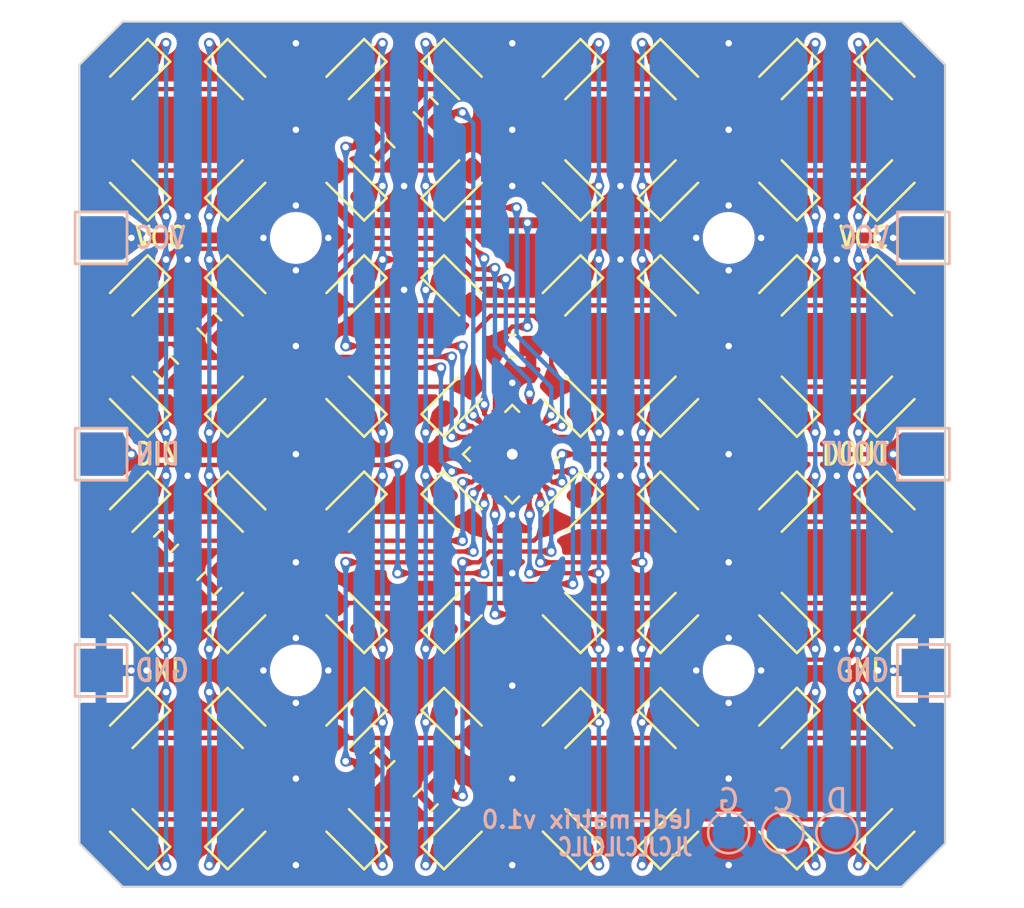
<source format=kicad_pcb>
(kicad_pcb (version 20221018) (generator pcbnew)
  (layers (0 "F.Cu" signal) (31 "B.Cu" signal) (34 "B.Paste" user) (35 "F.Paste" user) (36 "B.SilkS" user "B.Silkscreen") (37 "F.SilkS" user "F.Silkscreen") (38 "B.Mask" user) (39 "F.Mask" user) (44 "Edge.Cuts" user))
  (net 0 "")
  (net 1 "VCC")
  (net 2 "GND")
  (net 3 "/PA0")
  (net 4 "Net-(D1-A)")
  (net 5 "/PA1")
  (net 6 "/PB1")
  (net 7 "/PB0")
  (net 8 "/PA14")
  (net 9 "/PA2")
  (net 10 "/PA15")
  (net 11 "/PA13")
  (net 12 "Net-(D10-A)")
  (net 13 "Net-(D17-A)")
  (net 14 "Net-(D25-A)")
  (net 15 "Net-(D33-A)")
  (net 16 "Net-(D41-A)")
  (net 17 "Net-(D49-A)")
  (net 18 "Net-(D57-A)")
  (net 19 "/PA3")
  (net 20 "/PA4")
  (net 21 "/PA5")
  (net 22 "/PA6")
  (net 23 "/PA7")
  (net 24 "/PA8")
  (net 25 "/PA9")
  (net 26 "/PA10")
  (net 27 "/PA11")
  (net 28 "/PA12")
  (footprint "LED_SMD:LED_0603_1608Metric_Pad1.05x0.95mm_HandSolder" (layer "F.Cu") (at 72.5 32.5 -45)
    (fp_text reference "D22" hide)
    (fp_text value "LED")
  )
  (footprint "LED_SMD:LED_0603_1608Metric_Pad1.05x0.95mm_HandSolder" (layer "F.Cu") (at 62.5 27.5 45)
    (fp_text reference "D12" hide)
    (fp_text value "LED")
  )
  (footprint "LED_SMD:LED_0603_1608Metric_Pad1.05x0.95mm_HandSolder" (layer "F.Cu") (at 57.5 27.5 135)
    (fp_text reference "D11" hide)
    (fp_text value "LED")
  )
  (footprint "LED_SMD:LED_0603_1608Metric_Pad1.05x0.95mm_HandSolder" (layer "F.Cu") (at 72.5 37.5 45)
    (fp_text reference "D30" hide)
    (fp_text value "LED")
  )
  (footprint "LED_SMD:LED_0603_1608Metric_Pad1.05x0.95mm_HandSolder" (layer "F.Cu") (at 77.5 32.5 -135)
    (fp_text reference "D23" hide)
    (fp_text value "LED")
  )
  (footprint "LED_SMD:LED_0603_1608Metric_Pad1.05x0.95mm_HandSolder" (layer "F.Cu") (at 62.5 47.5 45)
    (fp_text reference "D44" hide)
    (fp_text value "LED")
  )
  (footprint "LED_SMD:LED_0603_1608Metric_Pad1.05x0.95mm_HandSolder" (layer "F.Cu") (at 57.5 37.5 135)
    (fp_text reference "D27" hide)
    (fp_text value "LED")
  )
  (footprint "LED_SMD:LED_0603_1608Metric_Pad1.05x0.95mm_HandSolder" (layer "F.Cu") (at 67.5 47.5 135)
    (fp_text reference "D45" hide)
    (fp_text value "LED")
  )
  (footprint "LED_SMD:LED_0603_1608Metric_Pad1.05x0.95mm_HandSolder" (layer "F.Cu") (at 82.5 22.5 -45)
    (fp_text reference "D8" hide)
    (fp_text value "LED")
  )
  (footprint "LED_SMD:LED_0603_1608Metric_Pad1.05x0.95mm_HandSolder" (layer "F.Cu") (at 77.5 27.5 135)
    (fp_text reference "D15" hide)
    (fp_text value "LED")
  )
  (footprint "LED_SMD:LED_0603_1608Metric_Pad1.05x0.95mm_HandSolder" (layer "F.Cu") (at 67.5 27.5 135)
    (fp_text reference "D13" hide)
    (fp_text value "LED")
  )
  (footprint "LED_SMD:LED_0603_1608Metric_Pad1.05x0.95mm_HandSolder" (layer "F.Cu") (at 67.5 37.5 135)
    (fp_text reference "D29" hide)
    (fp_text value "LED")
  )
  (footprint "LED_SMD:LED_0603_1608Metric_Pad1.05x0.95mm_HandSolder" (layer "F.Cu") (at 62.5 52.5 -45)
    (fp_text reference "D52" hide)
    (fp_text value "LED")
  )
  (footprint "LED_SMD:LED_0603_1608Metric_Pad1.05x0.95mm_HandSolder" (layer "F.Cu") (at 77.5 22.5 -135)
    (fp_text reference "D7" hide)
    (fp_text value "LED")
  )
  (footprint "LED_SMD:LED_0603_1608Metric_Pad1.05x0.95mm_HandSolder" (layer "F.Cu") (at 67.5 32.5 -135)
    (fp_text reference "D21" hide)
    (fp_text value "LED")
  )
  (footprint "LED_SMD:LED_0603_1608Metric_Pad1.05x0.95mm_HandSolder" (layer "F.Cu") (at 82.5 52.5 -45)
    (fp_text reference "D56" hide)
    (fp_text value "LED")
  )
  (footprint "Resistor_SMD:R_0603_1608Metric_Pad0.98x0.95mm_HandSolder" (layer "F.Cu") (at 49 36 -45)
    (fp_text reference "R4" hide)
    (fp_text value "2K")
  )
  (footprint "LED_SMD:LED_0603_1608Metric_Pad1.05x0.95mm_HandSolder" (layer "F.Cu") (at 82.5 32.5 -45)
    (fp_text reference "D24" hide)
    (fp_text value "LED")
  )
  (footprint "LED_SMD:LED_0603_1608Metric_Pad1.05x0.95mm_HandSolder" (layer "F.Cu") (at 82.5 42.5 -45)
    (fp_text reference "D40" hide)
    (fp_text value "LED")
  )
  (footprint "MountingHole:MountingHole_2mm" (layer "F.Cu") (at 75 30)
    (fp_text reference "H2" hide)
    (fp_text value "M2")
  )
  (footprint "LED_SMD:LED_0603_1608Metric_Pad1.05x0.95mm_HandSolder" (layer "F.Cu") (at 67.5 42.5 -135)
    (fp_text reference "D37" hide)
    (fp_text value "LED")
  )
  (footprint "LED_SMD:LED_0603_1608Metric_Pad1.05x0.95mm_HandSolder" (layer "F.Cu") (at 47.5 37.5 135)
    (fp_text reference "D25" hide)
    (fp_text value "LED")
  )
  (footprint "LED_SMD:LED_0603_1608Metric_Pad1.05x0.95mm_HandSolder" (layer "F.Cu") (at 77.5 37.5 135)
    (fp_text reference "D31" hide)
    (fp_text value "LED")
  )
  (footprint "Resistor_SMD:R_0603_1608Metric_Pad0.98x0.95mm_HandSolder" (layer "F.Cu") (at 49 44 45)
    (fp_text reference "R5" hide)
    (fp_text value "2K")
  )
  (footprint "MountingHole:MountingHole_2mm" (layer "F.Cu") (at 55 30)
    (fp_text reference "H1" hide)
    (fp_text value "M2")
  )
  (footprint "LED_SMD:LED_0603_1608Metric_Pad1.05x0.95mm_HandSolder" (layer "F.Cu") (at 57.5 32.5 -135)
    (fp_text reference "D19" hide)
    (fp_text value "LED")
  )
  (footprint "LED_SMD:LED_0603_1608Metric_Pad1.05x0.95mm_HandSolder" (layer "F.Cu") (at 52.5 22.5 -45)
    (fp_text reference "D2" hide)
    (fp_text value "LED")
  )
  (footprint "LED_SMD:LED_0603_1608Metric_Pad1.05x0.95mm_HandSolder" (layer "F.Cu") (at 52.5 27.5 45)
    (fp_text reference "D10" hide)
    (fp_text value "LED")
  )
  (footprint "LED_SMD:LED_0603_1608Metric_Pad1.05x0.95mm_HandSolder" (layer "F.Cu") (at 57.5 57.5 135)
    (fp_text reference "D59" hide)
    (fp_text value "LED")
  )
  (footprint "LED_SMD:LED_0603_1608Metric_Pad1.05x0.95mm_HandSolder" (layer "F.Cu") (at 77.5 42.5 -135)
    (fp_text reference "D39" hide)
    (fp_text value "LED")
  )
  (footprint "LED_SMD:LED_0603_1608Metric_Pad1.05x0.95mm_HandSolder" (layer "F.Cu") (at 72.5 52.5 -45)
    (fp_text reference "D54" hide)
    (fp_text value "LED")
  )
  (footprint "LED_SMD:LED_0603_1608Metric_Pad1.05x0.95mm_HandSolder" (layer "F.Cu") (at 47.5 47.5 135)
    (fp_text reference "D41" hide)
    (fp_text value "LED")
  )
  (footprint "LED_SMD:LED_0603_1608Metric_Pad1.05x0.95mm_HandSolder" (layer "F.Cu") (at 77.5 47.5 135)
    (fp_text reference "D47" hide)
    (fp_text value "LED")
  )
  (footprint "Resistor_SMD:R_0603_1608Metric_Pad0.98x0.95mm_HandSolder" (layer "F.Cu") (at 61 24 135)
    (fp_text reference "R1" hide)
    (fp_text value "2K")
  )
  (footprint "LED_SMD:LED_0603_1608Metric_Pad1.05x0.95mm_HandSolder" (layer "F.Cu") (at 47.5 27.5 135)
    (fp_text reference "D9" hide)
    (fp_text value "LED")
  )
  (footprint "LED_SMD:LED_0603_1608Metric_Pad1.05x0.95mm_HandSolder" (layer "F.Cu") (at 72.5 27.5 45)
    (fp_text reference "D14" hide)
    (fp_text value "LED")
  )
  (footprint "MountingHole:MountingHole_2mm" (layer "F.Cu") (at 75 50)
    (fp_text reference "H4" hide)
    (fp_text value "M2")
  )
  (footprint "LED_SMD:LED_0603_1608Metric_Pad1.05x0.95mm_HandSolder" (layer "F.Cu") (at 62.5 22.5 -45)
    (fp_text reference "D4" hide)
    (fp_text value "LED")
  )
  (footprint "Resistor_SMD:R_0603_1608Metric_Pad0.98x0.95mm_HandSolder" (layer "F.Cu") (at 51 34 135)
    (fp_text reference "R3" hide)
    (fp_text value "2K")
  )
  (footprint "LED_SMD:LED_0603_1608Metric_Pad1.05x0.95mm_HandSolder" (layer "F.Cu") (at 47.5 32.5 -135)
    (fp_text reference "D17" hide)
    (fp_text value "LED")
  )
  (footprint "Resistor_SMD:R_0603_1608Metric_Pad0.98x0.95mm_HandSolder" (layer "F.Cu") (at 59 54 45)
    (fp_text reference "R7" hide)
    (fp_text value "2K")
  )
  (footprint "LED_SMD:LED_0603_1608Metric_Pad1.05x0.95mm_HandSolder" (layer "F.Cu") (at 57.5 22.5 -135)
    (fp_text reference "D3" hide)
    (fp_text value "LED")
  )
  (footprint "LED_SMD:LED_0603_1608Metric_Pad1.05x0.95mm_HandSolder" (layer "F.Cu") (at 47.5 22.5 -135)
    (fp_text reference "D1" hide)
    (fp_text value "LED")
  )
  (footprint "TestPoint:TestPoint_Pad_2.0x2.0mm" (layer "F.Cu") (at 84 30)
    (fp_text reference "J5" hide)
    (fp_text value "Conn_01x01")
  )
  (footprint "LED_SMD:LED_0603_1608Metric_Pad1.05x0.95mm_HandSolder" (layer "F.Cu") (at 57.5 42.5 -135)
    (fp_text reference "D35" hide)
    (fp_text value "LED")
  )
  (footprint "TestPoint:TestPoint_Pad_2.0x2.0mm" (layer "F.Cu") (at 46 40)
    (fp_text reference "J1" hide)
    (fp_text value "Conn_01x01")
  )
  (footprint "LED_SMD:LED_0603_1608Metric_Pad1.05x0.95mm_HandSolder" (layer "F.Cu") (at 62.5 32.5 -45)
    (fp_text reference "D20" hide)
    (fp_text value "LED")
  )
  (footprint "LED_SMD:LED_0603_1608Metric_Pad1.05x0.95mm_HandSolder" (layer "F.Cu") (at 52.5 52.5 -45)
    (fp_text reference "D50" hide)
    (fp_text value "LED")
  )
  (footprint "LED_SMD:LED_0603_1608Metric_Pad1.05x0.95mm_HandSolder" (layer "F.Cu") (at 67.5 22.5 -135)
    (fp_text reference "D5" hide)
    (fp_text value "LED")
  )
  (footprint "LED_SMD:LED_0603_1608Metric_Pad1.05x0.95mm_HandSolder" (layer "F.Cu") (at 52.5 37.5 45)
    (fp_text reference "D26" hide)
    (fp_text value "LED")
  )
  (footprint "LED_SMD:LED_0603_1608Metric_Pad1.05x0.95mm_HandSolder" (layer "F.Cu") (at 82.5 57.5 45)
    (fp_text reference "D64" hide)
    (fp_text value "LED")
  )
  (footprint "LED_SMD:LED_0603_1608Metric_Pad1.05x0.95mm_HandSolder" (layer "F.Cu") (at 82.5 27.5 45)
    (fp_text reference "D16" hide)
    (fp_text value "LED")
  )
  (footprint "LED_SMD:LED_0603_1608Metric_Pad1.05x0.95mm_HandSolder" (layer "F.Cu") (at 72.5 47.5 45)
    (fp_text reference "D46" hide)
    (fp_text value "LED")
  )
  (footprint "Capacitor_SMD:C_0603_1608Metric_Pad1.08x0.95mm_HandSolder" (layer "F.Cu") (at 65 35)
    (fp_text reference "C1" hide)
    (fp_text value "100nF")
  )
  (footprint "LED_SMD:LED_0603_1608Metric_Pad1.05x0.95mm_HandSolder" (layer "F.Cu") (at 77.5 57.5 135)
    (fp_text reference "D63" hide)
    (fp_text value "LED")
  )
  (footprint "LED_SMD:LED_0603_1608Metric_Pad1.05x0.95mm_HandSolder" (layer "F.Cu") (at 62.5 37.5 45)
    (fp_text reference "D28" hide)
    (fp_text value "LED")
  )
  (footprint "LED_SMD:LED_0603_1608Metric_Pad1.05x0.95mm_HandSolder" (layer "F.Cu") (at 57.5 47.5 135)
    (fp_text reference "D43" hide)
    (fp_text value "LED")
  )
  (footprint "LED_SMD:LED_0603_1608Metric_Pad1.05x0.95mm_HandSolder" (layer "F.Cu") (at 82.5 47.5 45)
    (fp_text reference "D48" hide)
    (fp_text value "LED")
  )
  (footprint "LED_SMD:LED_0603_1608Metric_Pad1.05x0.95mm_HandSolder" (layer "F.Cu") (at 47.5 52.5 -135)
    (fp_text reference "D49" hide)
    (fp_text value "LED")
  )
  (footprint "TestPoint:TestPoint_Pad_2.0x2.0mm" (layer "F.Cu") (at 84 40)
    (fp_text reference "J4" hide)
    (fp_text value "Conn_01x01")
  )
  (footprint "LED_SMD:LED_0603_1608Metric_Pad1.05x0.95mm_HandSolder" (layer "F.Cu") (at 52.5 42.5 -45)
    (fp_text reference "D34" hide)
    (fp_text value "LED")
  )
  (footprint "TestPoint:TestPoint_Pad_2.0x2.0mm" (layer "F.Cu") (at 46 50)
    (fp_text reference "J3" hide)
    (fp_text value "Conn_01x01")
  )
  (footprint "LED_SMD:LED_0603_1608Metric_Pad1.05x0.95mm_HandSolder" (layer "F.Cu") (at 47.5 42.5 -135)
    (fp_text reference "D33" hide)
    (fp_text value "LED")
  )
  (footprint "LED_SMD:LED_0603_1608Metric_Pad1.05x0.95mm_HandSolder" (layer "F.Cu") (at 77.5 52.5 -135)
    (fp_text reference "D55" hide)
    (fp_text value "LED")
  )
  (footprint "LED_SMD:LED_0603_1608Metric_Pad1.05x0.95mm_HandSolder" (layer "F.Cu") (at 67.5 52.5 -135)
    (fp_text reference "D53" hide)
    (fp_text value "LED")
  )
  (footprint "Package_DFN_QFN:QFN-20-1EP_3x3mm_P0.4mm_EP1.65x1.65mm" (layer "F.Cu") (at 65 40 -135)
    (fp_text reference "U1" hide)
    (fp_text value "MM32G0001A1N")
  )
  (footprint "LED_SMD:LED_0603_1608Metric_Pad1.05x0.95mm_HandSolder" (layer "F.Cu") (at 82.5 37.5 45)
    (fp_text reference "D32" hide)
    (fp_text value "LED")
  )
  (footprint "Resistor_SMD:R_0603_1608Metric_Pad0.98x0.95mm_HandSolder" (layer "F.Cu") (at 51 46 -135)
    (fp_text reference "R6" hide)
    (fp_text value "2K")
  )
  (footprint "Resistor_SMD:R_0603_1608Metric_Pad0.98x0.95mm_HandSolder" (layer "F.Cu") (at 59 26 -45)
    (fp_text reference "R2" hide)
    (fp_text value "2K")
  )
  (footprint "LED_SMD:LED_0603_1608Metric_Pad1.05x0.95mm_HandSolder" (layer "F.Cu") (at 72.5 57.5 45)
    (fp_text reference "D62" hide)
    (fp_text value "LED")
  )
  (footprint "LED_SMD:LED_0603_1608Metric_Pad1.05x0.95mm_HandSolder" (layer "F.Cu") (at 72.5 42.5 -45)
    (fp_text reference "D38" hide)
    (fp_text value "LED")
  )
  (footprint "LED_SMD:LED_0603_1608Metric_Pad1.05x0.95mm_HandSolder" (layer "F.Cu") (at 57.5 52.5 -135)
    (fp_text reference "D51" hide)
    (fp_text value "LED")
  )
  (footprint "LED_SMD:LED_0603_1608Metric_Pad1.05x0.95mm_HandSolder" (layer "F.Cu") (at 72.5 22.5 -45)
    (fp_text reference "D6" hide)
    (fp_text value "LED")
  )
  (footprint "LED_SMD:LED_0603_1608Metric_Pad1.05x0.95mm_HandSolder" (layer "F.Cu") (at 62.5 42.5 -45)
    (fp_text reference "D36" hide)
    (fp_text value "LED")
  )
  (footprint "LED_SMD:LED_0603_1608Metric_Pad1.05x0.95mm_HandSolder" (layer "F.Cu") (at 52.5 32.5 -45)
    (fp_text reference "D18" hide)
    (fp_text value "LED")
  )
  (footprint "TestPoint:TestPoint_Pad_2.0x2.0mm" (layer "F.Cu") (at 84 50)
    (fp_text reference "J6" hide)
    (fp_text value "Conn_01x01")
  )
  (footprint "LED_SMD:LED_0603_1608Metric_Pad1.05x0.95mm_HandSolder" (layer "F.Cu") (at 62.5 57.5 45)
    (fp_text reference "D60" hide)
    (fp_text value "LED")
  )
  (footprint "TestPoint:TestPoint_Pad_2.0x2.0mm" (layer "F.Cu") (at 46 30)
    (fp_text reference "J2" hide)
    (fp_text value "Conn_01x01")
  )
  (footprint "LED_SMD:LED_0603_1608Metric_Pad1.05x0.95mm_HandSolder" (layer "F.Cu") (at 52.5 57.5 45)
    (fp_text reference "D58" hide)
    (fp_text value "LED")
  )
  (footprint "LED_SMD:LED_0603_1608Metric_Pad1.05x0.95mm_HandSolder" (layer "F.Cu") (at 67.5 57.5 135)
    (fp_text reference "D61" hide)
    (fp_text value "LED")
  )
  (footprint "Resistor_SMD:R_0603_1608Metric_Pad0.98x0.95mm_HandSolder" (layer "F.Cu") (at 61 56 -135)
    (fp_text reference "R8" hide)
    (fp_text value "2K")
  )
  (footprint "LED_SMD:LED_0603_1608Metric_Pad1.05x0.95mm_HandSolder" (layer "F.Cu") (at 47.5 57.5 135)
    (fp_text reference "D57" hide)
    (fp_text value "LED")
  )
  (footprint "LED_SMD:LED_0603_1608Metric_Pad1.05x0.95mm_HandSolder" (layer "F.Cu") (at 52.5 47.5 45)
    (fp_text reference "D42" hide)
    (fp_text value "LED")
  )
  (footprint "MountingHole:MountingHole_2mm" (layer "F.Cu") (at 55 50)
    (fp_text reference "H3" hide)
    (fp_text value "M2")
  )
  (footprint "TestPoint:TestPoint_Pad_D1.5mm" (layer "B.Cu") (at 77.5 57.5 180)
    (fp_text reference "TP1" hide)
    (fp_text value "TestPoint")
  )
  (footprint "TestPoint:TestPoint_Pad_D1.5mm" (layer "B.Cu") (at 80 57.5 180)
    (fp_text reference "TP2" hide)
    (fp_text value "TestPoint")
  )
  (footprint "TestPoint:TestPoint_Pad_2.0x2.0mm" (layer "B.Cu") (at 46 40 180)
    (fp_text reference "J7" hide)
    (fp_text value "Conn_01x01")
  )
  (footprint "TestPoint:TestPoint_Pad_D1.5mm" (layer "B.Cu") (at 75 57.5 180)
    (fp_text reference "TP3" hide)
    (fp_text value "TestPoint")
  )
  (footprint "TestPoint:TestPoint_Pad_2.0x2.0mm" (layer "B.Cu") (at 46 30 180)
    (fp_text reference "J8" hide)
    (fp_text value "Conn_01x01")
  )
  (footprint "TestPoint:TestPoint_Pad_2.0x2.0mm" (layer "B.Cu") (at 84 40 180)
    (fp_text reference "J10" hide)
    (fp_text value "Conn_01x01")
  )
  (footprint "TestPoint:TestPoint_Pad_2.0x2.0mm" (layer "B.Cu") (at 46 50 180)
    (fp_text reference "J9" hide)
    (fp_text value "Conn_01x01")
  )
  (footprint "TestPoint:TestPoint_Pad_2.0x2.0mm" (layer "B.Cu") (at 84 50 180)
    (fp_text reference "J12" hide)
    (fp_text value "Conn_01x01")
  )
  (footprint "TestPoint:TestPoint_Pad_2.0x2.0mm" (layer "B.Cu") (at 84 30 180)
    (fp_text reference "J11" hide)
    (fp_text value "Conn_01x01")
  )
  (gr_line (start 45 22) (end 45 58) (stroke (width 0.1)) (layer "Edge.Cuts"))
  (gr_line (start 83 20) (end 47 20) (stroke (width 0.1)) (layer "Edge.Cuts"))
  (gr_line (start 47 20) (end 45 22) (stroke (width 0.1)) (layer "Edge.Cuts"))
  (gr_line (start 47 60) (end 83 60) (stroke (width 0.1)) (layer "Edge.Cuts"))
  (gr_line (start 83 60) (end 85 58) (stroke (width 0.1)) (layer "Edge.Cuts"))
  (gr_line (start 85 22) (end 83 20) (stroke (width 0.1)) (layer "Edge.Cuts"))
  (gr_line (start 45 58) (end 47 60) (stroke (width 0.1)) (layer "Edge.Cuts"))
  (gr_line (start 85 58) (end 85 22) (stroke (width 0.1)) (layer "Edge.Cuts"))
  (gr_text "VCC" (at 82.5 30) (layer "B.SilkS") (effects (font (size 1 0.8)) (justify left mirror)))
  (gr_text "GND" (at 82.5 50) (layer "B.SilkS") (effects (font (size 1 0.8)) (justify left mirror)))
  (gr_text "G" (at 75 56) (layer "B.SilkS") (effects (font (size 1 1)) (justify mirror)))
  (gr_text "VCC" (at 47.5 30) (layer "B.SilkS") (effects (font (size 1 0.8)) (justify right mirror)))
  (gr_text "DIN" (at 47.5 40) (layer "B.SilkS") (effects (font (size 1 0.8)) (justify right mirror)))
  (gr_text "led-matrix v1.0" (at 73.406 56.896) (layer "B.SilkS") (effects (font (size 0.8 0.8)) (justify left mirror)))
  (gr_text "C" (at 77.5 56) (layer "B.SilkS") (effects (font (size 1 1)) (justify mirror)))
  (gr_text "DOUT" (at 82.5 40) (layer "B.SilkS") (effects (font (size 1 0.8)) (justify left mirror)))
  (gr_text "JLCJLCJLCJLC" (at 73.406 58.166) (layer "B.SilkS") (effects (font (size 0.8 0.6)) (justify left mirror)))
  (gr_text "D" (at 80 56) (layer "B.SilkS") (effects (font (size 1 1)) (justify mirror)))
  (gr_text "GND" (at 47.5 50) (layer "B.SilkS") (effects (font (size 1 0.8)) (justify right mirror)))
  (gr_text "GND" (at 82.5 50) (layer "F.SilkS") (effects (font (size 1 0.8)) (justify right)))
  (gr_text "DIN" (at 47.5 40) (layer "F.SilkS") (effects (font (size 1 0.8)) (justify left)))
  (gr_text "VCC" (at 47.5 30) (layer "F.SilkS") (effects (font (size 1 0.8)) (justify left)))
  (gr_text "GND" (at 47.5 50) (layer "F.SilkS") (effects (font (size 1 0.8)) (justify left)))
  (gr_text "DOUT" (at 82.5 40) (layer "F.SilkS") (effects (font (size 1 0.8)) (justify right)))
  (gr_text "VCC" (at 82.5 30) (layer "F.SilkS") (effects (font (size 1 0.8)) (justify right)))
  (segment (start 64.1375 34.9625) (end 65 34.1) (width 0.2) (layer "F.Cu") (net 1))
  (segment (start 46 30) (end 51.7 30) (width 0.5) (layer "F.Cu") (net 1))
  (segment (start 64.2 38.068629) (end 64.2 35.0625) (width 0.2) (layer "F.Cu") (net 1))
  (segment (start 74 27.7) (end 76 27.7) (width 0.5) (layer "F.Cu") (net 1))
  (segment (start 76 27.7) (end 78.3 30) (width 0.5) (layer "F.Cu") (net 1))
  (segment (start 65 34.1) (end 65.7 34.1) (width 0.2) (layer "F.Cu") (net 1))
  (segment (start 57.6 29.3) (end 72.4 29.3) (width 0.5) (layer "F.Cu") (net 1))
  (segment (start 54 27.7) (end 56 27.7) (width 0.5) (layer "F.Cu") (net 1))
  (segment (start 72.4 29.3) (end 74 27.7) (width 0.5) (layer "F.Cu") (net 1))
  (segment (start 78.3 30) (end 84 30) (width 0.5) (layer "F.Cu") (net 1))
  (segment (start 64.540381 38.40901) (end 64.2 38.068629) (width 0.2) (layer "F.Cu") (net 1))
  (segment (start 56 27.7) (end 57.6 29.3) (width 0.5) (layer "F.Cu") (net 1))
  (segment (start 51.7 30) (end 54 27.7) (width 0.5) (layer "F.Cu") (net 1))
  (via (at 82.6 30) (size 0.5) (drill 0.3) (layers "F.Cu" "B.Cu") (net 1))
  (via (at 48.1 30) (size 0.5) (drill 0.3) (layers "F.Cu" "B.Cu") (net 1))
  (via (at 81.9 30) (size 0.5) (drill 0.3) (layers "F.Cu" "B.Cu") (net 1))
  (via (at 47.4 30) (size 0.5) (drill 0.3) (layers "F.Cu" "B.Cu") (net 1))
  (via (at 65.7 34.1) (size 0.5) (drill 0.3) (layers "F.Cu" "B.Cu") (net 1))
  (via (at 65.7 29.3) (size 0.5) (drill 0.3) (layers "F.Cu" "B.Cu") (net 1))
  (segment (start 65.7 29.3) (end 65.7 34.1) (width 0.2) (layer "B.Cu") (net 1))
  (segment (start 84 30) (end 82.6 30) (width 0.5) (layer "B.Cu") (net 1))
  (segment (start 48.1 30) (end 46 30) (width 0.5) (layer "B.Cu") (net 1))
  (segment (start 82.6 30) (end 81.9 30) (width 0.5) (layer "B.Cu") (net 1))
  (segment (start 76 52.3) (end 78.3 50) (width 0.5) (layer "F.Cu") (net 2))
  (segment (start 74 52.3) (end 75 52.3) (width 0.5) (layer "F.Cu") (net 2))
  (segment (start 65.8625 35.8375) (end 65.8625 35) (width 0.2) (layer "F.Cu") (net 2))
  (segment (start 65.742462 38.691852) (end 65 39.434314) (width 0.2) (layer "F.Cu") (net 2))
  (segment (start 51.7 50) (end 54 52.3) (width 0.5) (layer "F.Cu") (net 2))
  (segment (start 46 50) (end 51.7 50) (width 0.5) (layer "F.Cu") (net 2))
  (segment (start 57.6 50.7) (end 72.4 50.7) (width 0.5) (layer "F.Cu") (net 2))
  (segment (start 54 52.3) (end 56 52.3) (width 0.5) (layer "F.Cu") (net 2))
  (segment (start 75 52.3) (end 76 52.3) (width 0.5) (layer "F.Cu") (net 2))
  (segment (start 56 52.3) (end 57.6 50.7) (width 0.5) (layer "F.Cu") (net 2))
  (segment (start 78.3 50) (end 84 50) (width 0.5) (layer "F.Cu") (net 2))
  (segment (start 65 36.7) (end 65.8625 35.8375) (width 0.2) (layer "F.Cu") (net 2))
  (segment (start 72.4 50.7) (end 74 52.3) (width 0.5) (layer "F.Cu") (net 2))
  (segment (start 65 39.434314) (end 65 40) (width 0.2) (layer "F.Cu") (net 2))
  (via (at 75 31.5) (size 0.5) (drill 0.3) (layers "F.Cu" "B.Cu") (net 2))
  (via (at 80 41) (size 0.5) (drill 0.3) (layers "F.Cu" "B.Cu") (net 2))
  (via (at 65 59) (size 0.5) (drill 0.3) (layers "F.Cu" "B.Cu") (net 2))
  (via (at 65 40) (size 0.8) (drill 0.5) (layers "F.Cu" "B.Cu") (net 2))
  (via (at 60 27.6) (size 0.5) (drill 0.3) (layers "F.Cu" "B.Cu") (net 2))
  (via (at 70 41) (size 0.5) (drill 0.3) (layers "F.Cu" "B.Cu") (net 2))
  (via (at 60 32.4) (size 0.5) (drill 0.3) (layers "F.Cu" "B.Cu") (net 2))
  (via (at 75 35) (size 0.5) (drill 0.3) (layers "F.Cu" "B.Cu") (net 2))
  (via (at 75 40) (size 0.5) (drill 0.3) (layers "F.Cu" "B.Cu") (net 2))
  (via (at 80 29) (size 0.5) (drill 0.3) (layers "F.Cu" "B.Cu") (net 2))
  (via (at 56.5 30) (size 0.5) (drill 0.3) (layers "F.Cu" "B.Cu") (net 2))
  (via (at 75 21) (size 0.5) (drill 0.3) (layers "F.Cu" "B.Cu") (net 2))
  (via (at 55 48.5) (size 0.5) (drill 0.3) (layers "F.Cu" "B.Cu") (net 2))
  (via (at 50 41) (size 0.5) (drill 0.3) (layers "F.Cu" "B.Cu") (net 2))
  (via (at 65 50.7) (size 0.5) (drill 0.3) (layers "F.Cu" "B.Cu") (net 2))
  (via (at 55 45) (size 0.5) (drill 0.3) (layers "F.Cu" "B.Cu") (net 2))
  (via (at 65 36.7) (size 0.5) (drill 0.3) (layers "F.Cu" "B.Cu") (net 2))
  (via (at 65 21) (size 0.5) (drill 0.3) (layers "F.Cu" "B.Cu") (net 2))
  (via (at 65 27.6) (size 0.5) (drill 0.3) (layers "F.Cu" "B.Cu") (net 2))
  (via (at 55 59) (size 0.5) (drill 0.3) (layers "F.Cu" "B.Cu") (net 2))
  (via (at 55 40) (size 0.5) (drill 0.3) (layers "F.Cu" "B.Cu") (net 2))
  (via (at 75 59) (size 0.5) (drill 0.3) (layers "F.Cu" "B.Cu") (net 2))
  (via (at 80 49) (size 0.5) (drill 0.3) (layers "F.Cu" "B.Cu") (net 2))
  (via (at 80 39) (size 0.5) (drill 0.3) (layers "F.Cu" "B.Cu") (net 2))
  (via (at 55 28.5) (size 0.5) (drill 0.3) (layers "F.Cu" "B.Cu") (net 2))
  (via (at 55 21) (size 0.5) (drill 0.3) (layers "F.Cu" "B.Cu") (net 2))
  (via (at 75 25) (size 0.5) (drill 0.3) (layers "F.Cu" "B.Cu") (net 2))
  (via (at 55 25) (size 0.5) (drill 0.3) (layers "F.Cu" "B.Cu") (net 2))
  (via (at 75 28.5) (size 0.5) (drill 0.3) (layers "F.Cu" "B.Cu") (net 2))
  (via (at 70 31) (size 0.5) (drill 0.3) (layers "F.Cu" "B.Cu") (net 2))
  (via (at 50 31) (size 0.5) (drill 0.3) (layers "F.Cu" "B.Cu") (net 2))
  (via (at 76.5 50) (size 0.5) (drill 0.3) (layers "F.Cu" "B.Cu") (net 2))
  (via (at 53.5 30) (size 0.5) (drill 0.3) (layers "F.Cu" "B.Cu") (net 2))
  (via (at 75 51.5) (size 0.5) (drill 0.3) (layers "F.Cu" "B.Cu") (net 2))
  (via (at 55 51.5) (size 0.5) (drill 0.3) (layers "F.Cu" "B.Cu") (net 2))
  (via (at 75 55) (size 0.5) (drill 0.3) (layers "F.Cu" "B.Cu") (net 2))
  (via (at 55 31.5) (size 0.5) (drill 0.3) (layers "F.Cu" "B.Cu") (net 2))
  (via (at 55 55) (size 0.5) (drill 0.3) (layers "F.Cu" "B.Cu") (net 2))
  (via (at 70 49) (size 0.5) (drill 0.3) (layers "F.Cu" "B.Cu") (net 2))
  (via (at 75 45) (size 0.5) (drill 0.3) (layers "F.Cu" "B.Cu") (net 2))
  (via (at 50 29) (size 0.5) (drill 0.3) (layers "F.Cu" "B.Cu") (net 2))
  (via (at 82.6 50) (size 0.5) (drill 0.3) (layers "F.Cu" "B.Cu") (net 2))
  (via (at 73.5 30) (size 0.5) (drill 0.3) (layers "F.Cu" "B.Cu") (net 2))
  (via (at 80 31) (size 0.5) (drill 0.3) (layers "F.Cu" "B.Cu") (net 2))
  (via (at 65 42.8) (size 0.5) (drill 0.3) (layers "F.Cu" "B.Cu") (net 2))
  (via (at 65 55) (size 0.5) (drill 0.3) (layers "F.Cu" "B.Cu") (net 2))
  (via (at 75 48.5) (size 0.5) (drill 0.3) (layers "F.Cu" "B.Cu") (net 2))
  (via (at 73.5 50) (size 0.5) (drill 0.3) (layers "F.Cu" "B.Cu") (net 2))
  (via (at 70 27.6) (size 0.5) (drill 0.3) (layers "F.Cu" "B.Cu") (net 2))
  (via (at 48.1 50) (size 0.5) (drill 0.3) (layers "F.Cu" "B.Cu") (net 2))
  (via (at 76.5 30) (size 0.5) (drill 0.3) (layers "F.Cu" "B.Cu") (net 2))
  (via (at 55 35) (size 0.5) (drill 0.3) (layers "F.Cu" "B.Cu") (net 2))
  (via (at 65 25) (size 0.5) (drill 0.3) (layers "F.Cu" "B.Cu") (net 2))
  (via (at 65 45.5) (size 0.5) (drill 0.3) (layers "F.Cu" "B.Cu") (net 2))
  (via (at 70 39) (size 0.5) (drill 0.3) (layers "F.Cu" "B.Cu") (net 2))
  (via (at 53.5 50) (size 0.5) (drill 0.3) (layers "F.Cu" "B.Cu") (net 2))
  (via (at 81.9 50) (size 0.5) (drill 0.3) (layers "F.Cu" "B.Cu") (net 2))
  (via (at 47.4 50) (size 0.5) (drill 0.3) (layers "F.Cu" "B.Cu") (net 2))
  (via (at 56.5 50) (size 0.5) (drill 0.3) (layers "F.Cu" "B.Cu") (net 2))
  (segment (start 82.6 50) (end 81.9 50) (width 0.5) (layer "B.Cu") (net 2))
  (segment (start 84 50) (end 82.6 50) (width 0.5) (layer "B.Cu") (net 2))
  (segment (start 47.4 50) (end 48.1 50) (width 0.5) (layer "B.Cu") (net 2))
  (segment (start 65 50.7) (end 65 45.5) (width 0.5) (layer "B.Cu") (net 2))
  (segment (start 65 42.8) (end 65 40) (width 0.5) (layer "B.Cu") (net 2))
  (segment (start 75 57.5) (end 75 55) (width 0.2) (layer "B.Cu") (net 2))
  (segment (start 46 50) (end 47.4 50) (width 0.5) (layer "B.Cu") (net 2))
  (segment (start 65 45.5) (end 65 42.8) (width 0.5) (layer "B.Cu") (net 2))
  (segment (start 65 40) (end 65 36.7) (width 0.2) (layer "B.Cu") (net 2))
  (segment (start 62.7511 30) (end 58 30) (width 0.2) (layer "F.Cu") (net 3))
  (segment (start 63.6995 30.9484) (end 62.7511 30) (width 0.2) (layer "F.Cu") (net 3))
  (segment (start 63.7 37.7) (end 63.7 38.134314) (width 0.2) (layer "F.Cu") (net 3))
  (segment (start 52.5 30.5) (end 49.5 30.5) (width 0.2) (layer "F.Cu") (net 3))
  (segment (start 55.8 32.2) (end 54.2 32.2) (width 0.2) (layer "F.Cu") (net 3))
  (segment (start 48.118718 48.118718) (end 49 49) (width 0.2) (layer "F.Cu") (net 3))
  (segment (start 49.5 30.5) (end 49 31) (width 0.2) (layer "F.Cu") (net 3))
  (segment (start 63.7 38.134314) (end 64.257538 38.691852) (width 0.2) (layer "F.Cu") (net 3))
  (segment (start 48.118718 41.881282) (end 49 41) (width 0.2) (layer "F.Cu") (net 3))
  (segment (start 54.2 32.2) (end 52.5 30.5) (width 0.2) (layer "F.Cu") (net 3))
  (segment (start 48.118718 31.881282) (end 49 31) (width 0.2) (layer "F.Cu") (net 3))
  (segment (start 48.118718 38.118718) (end 49 39) (width 0.2) (layer "F.Cu") (net 3))
  (segment (start 48.118718 21.881282) (end 49 21) (width 0.2) (layer "F.Cu") (net 3))
  (segment (start 48.118718 51.881282) (end 49 51) (width 0.2) (layer "F.Cu") (net 3))
  (segment (start 48.118718 58.118718) (end 49 59) (width 0.2) (layer "F.Cu") (net 3))
  (segment (start 58 30) (end 55.8 32.2) (width 0.2) (layer "F.Cu") (net 3))
  (segment (start 48.118718 28.118718) (end 49 29) (width 0.2) (layer "F.Cu") (net 3))
  (via (at 49 39) (size 0.5) (drill 0.3) (layers "F.Cu" "B.Cu") (net 3))
  (via (at 63.6995 30.9484) (size 0.5) (drill 0.3) (layers "F.Cu" "B.Cu") (net 3))
  (via (at 49 29) (size 0.5) (drill 0.3) (layers "F.Cu" "B.Cu") (net 3))
  (via (at 49 51) (size 0.5) (drill 0.3) (layers "F.Cu" "B.Cu") (net 3))
  (via (at 49 31) (size 0.5) (drill 0.3) (layers "F.Cu" "B.Cu") (net 3))
  (via (at 49 41) (size 0.5) (drill 0.3) (layers "F.Cu" "B.Cu") (net 3))
  (via (at 49 59) (size 0.5) (drill 0.3) (layers "F.Cu" "B.Cu") (net 3))
  (via (at 49 21) (size 0.5) (drill 0.3) (layers "F.Cu" "B.Cu") (net 3))
  (via (at 63.7 37.7) (size 0.5) (drill 0.3) (layers "F.Cu" "B.Cu") (net 3))
  (via (at 49 49) (size 0.5) (drill 0.3) (layers "F.Cu" "B.Cu") (net 3))
  (segment (start 49 39) (end 49 41) (width 0.2) (layer "B.Cu") (net 3))
  (segment (start 63.6995 30.9484) (end 63.7 30.9489) (width 0.2) (layer "B.Cu") (net 3))
  (segment (start 49 51) (end 49 59) (width 0.2) (layer "B.Cu") (net 3))
  (segment (start 63.7 30.9489) (end 63.7 37.7) (width 0.2) (layer "B.Cu") (net 3))
  (segment (start 49 29) (end 49 31) (width 0.2) (layer "B.Cu") (net 3))
  (segment (start 49 41) (end 49 51) (width 0.2) (layer "B.Cu") (net 3))
  (segment (start 49 31) (end 49 39) (width 0.2) (layer "B.Cu") (net 3))
  (segment (start 49 21) (end 49 29) (width 0.2) (layer "B.Cu") (net 3))
  (segment (start 59.8 23.118718) (end 59.7 23.118718) (width 0.2) (layer "F.Cu") (net 4))
  (segment (start 59.936047 23.354765) (end 59.7 23.118718) (width 0.2) (layer "F.Cu") (net 4))
  (segment (start 60.354765 23.354765) (end 60.763953 23.354765) (width 0.2) (layer "F.Cu") (net 4))
  (segment (start 83.118718 23.118718) (end 61 23.118718) (width 0.2) (layer "F.Cu") (net 4))
  (segment (start 59.7 23.118718) (end 46.881282 23.118718) (width 0.2) (layer "F.Cu") (net 4))
  (segment (start 60.763953 23.354765) (end 61 23.118718) (width 0.2) (layer "F.Cu") (net 4))
  (segment (start 60.354765 23.354765) (end 59.936047 23.354765) (width 0.2) (layer "F.Cu") (net 4))
  (segment (start 61 23.118718) (end 59.8 23.118718) (width 0.2) (layer "F.Cu") (net 4))
  (segment (start 58.2 30.5) (end 56 32.7) (width 0.2) (layer "F.Cu") (net 5))
  (segment (start 65.8 37.2) (end 65.8 38.068629) (width 0.2) (layer "F.Cu") (net 5))
  (segment (start 62.4 30.5) (end 58.2 30.5) (width 0.2) (layer "F.Cu") (net 5))
  (segment (start 51.881282 38.118718) (end 51 39) (width 0.2) (layer "F.Cu") (net 5))
  (segment (start 56 32.7) (end 54 32.7) (width 0.2) (layer "F.Cu") (net 5))
  (segment (start 52.75 31.45) (end 52.312564 31.45) (width 0.2) (layer "F.Cu") (net 5))
  (segment (start 51.881282 58.118718) (end 51 59) (width 0.2) (layer "F.Cu") (net 5))
  (segment (start 51.881282 48.118718) (end 51 49) (width 0.2) (layer "F.Cu") (net 5))
  (segment (start 51.881282 41.881282) (end 51 41) (width 0.2) (layer "F.Cu") (net 5))
  (segment (start 51.881282 51.881282) (end 51 51) (width 0.2) (layer "F.Cu") (net 5))
  (segment (start 51.881282 28.118718) (end 51 29) (width 0.2) (layer "F.Cu") (net 5))
  (segment (start 54 32.7) (end 52.75 31.45) (width 0.2) (layer "F.Cu") (net 5))
  (segment (start 52.312564 31.45) (end 51.881282 31.881282) (width 0.2) (layer "F.Cu") (net 5))
  (segment (start 51.881282 21.881282) (end 51 21) (width 0.2) (layer "F.Cu") (net 5))
  (segment (start 64.2 31.4) (end 64.1516 31.4484) (width 0.2) (layer "F.Cu") (net 5))
  (segment (start 64.1516 31.4484) (end 63.3484 31.4484) (width 0.2) (layer "F.Cu") (net 5))
  (segment (start 65.8 38.068629) (end 65.459619 38.40901) (width 0.2) (layer "F.Cu") (net 5))
  (segment (start 63.3484 31.4484) (end 62.4 30.5) (width 0.2) (layer "F.Cu") (net 5))
  (segment (start 51.881282 31.881282) (end 51 31) (width 0.2) (layer "F.Cu") (net 5))
  (via (at 65.8 37.2) (size 0.5) (drill 0.3) (layers "F.Cu" "B.Cu") (net 5))
  (via (at 51 21) (size 0.5) (drill 0.3) (layers "F.Cu" "B.Cu") (net 5))
  (via (at 51 29) (size 0.5) (drill 0.3) (layers "F.Cu" "B.Cu") (net 5))
  (via (at 51 31) (size 0.5) (drill 0.3) (layers "F.Cu" "B.Cu") (net 5))
  (via (at 51 39) (size 0.5) (drill 0.3) (layers "F.Cu" "B.Cu") (net 5))
  (via (at 51 51) (size 0.5) (drill 0.3) (layers "F.Cu" "B.Cu") (net 5))
  (via (at 51 41) (size 0.5) (drill 0.3) (layers "F.Cu" "B.Cu") (net 5))
  (via (at 51 59) (size 0.5) (drill 0.3) (layers "F.Cu" "B.Cu") (net 5))
  (via (at 64.2 31.4) (size 0.5) (drill 0.3) (layers "F.Cu" "B.Cu") (net 5))
  (via (at 51 49) (size 0.5) (drill 0.3) (layers "F.Cu" "B.Cu") (net 5))
  (segment (start 51 49) (end 51 51) (width 0.2) (layer "B.Cu") (net 5))
  (segment (start 51 39) (end 51 41) (width 0.2) (layer "B.Cu") (net 5))
  (segment (start 51 31) (end 51 39) (width 0.2) (layer "B.Cu") (net 5))
  (segment (start 64.2 35) (end 65.8 36.6) (width 0.2) (layer "B.Cu") (net 5))
  (segment (start 51 41) (end 51 49) (width 0.2) (layer "B.Cu") (net 5))
  (segment (start 64.2 31.4) (end 64.2 35) (width 0.2) (layer "B.Cu") (net 5))
  (segment (start 51 21) (end 51 29) (width 0.2) (layer "B.Cu") (net 5))
  (segment (start 51 51) (end 51 59) (width 0.2) (layer "B.Cu") (net 5))
  (segment (start 51 29) (end 51 31) (width 0.2) (layer "B.Cu") (net 5))
  (segment (start 65.8 36.6) (end 65.8 37.2) (width 0.2) (layer "B.Cu") (net 5))
  (segment (start 62.3 31) (end 59 31) (width 0.2) (layer "F.Cu") (net 6))
  (segment (start 58.118718 28.118718) (end 58.637436 27.6) (width 0.2) (layer "F.Cu") (net 6))
  (segment (start 58.118718 58.118718) (end 59 59) (width 0.2) (layer "F.Cu") (net 6))
  (segment (start 58.637436 27.6) (end 59 27.6) (width 0.2) (layer "F.Cu") (net 6))
  (segment (start 66.025305 38.974695) (end 66.8 38.2) (width 0.2) (layer "F.Cu") (net 6))
  (segment (start 59 31) (end 58.118718 31.881282) (width 0.2) (layer "F.Cu") (net 6))
  (segment (start 58.637436 52.4) (end 59 52.4) (width 0.2) (layer "F.Cu") (net 6))
  (segment (start 58.118718 38.118718) (end 59 39) (width 0.2) (layer "F.Cu") (net 6))
  (segment (start 58.118718 51.881282) (end 58.637436 52.4) (width 0.2) (layer "F.Cu") (net 6))
  (segment (start 64.7 31.9) (end 63.2 31.9) (width 0.2) (layer "F.Cu") (net 6))
  (segment (start 58.118718 21.881282) (end 59 21) (width 0.2) (layer "F.Cu") (net 6))
  (segment (start 58.118718 48.118718) (end 59 49) (width 0.2) (layer "F.Cu") (net 6))
  (segment (start 58.118718 41.881282) (end 59 41) (width 0.2) (layer "F.Cu") (net 6))
  (segment (start 63.2 31.9) (end 62.3 31) (width 0.2) (layer "F.Cu") (net 6))
  (via (at 59 49) (size 0.5) (drill 0.3) (layers "F.Cu" "B.Cu") (net 6))
  (via (at 64.7 31.9) (size 0.5) (drill 0.3) (layers "F.Cu" "B.Cu") (net 6))
  (via (at 59 41) (size 0.5) (drill 0.3) (layers "F.Cu" "B.Cu") (net 6))
  (via (at 59 52.4) (size 0.5) (drill 0.3) (layers "F.Cu" "B.Cu") (net 6))
  (via (at 59 59) (size 0.5) (drill 0.3) (layers "F.Cu" "B.Cu") (net 6))
  (via (at 59 27.6) (size 0.5) (drill 0.3) (layers "F.Cu" "B.Cu") (net 6))
  (via (at 59 31) (size 0.5) (drill 0.3) (layers "F.Cu" "B.Cu") (net 6))
  (via (at 59 21) (size 0.5) (drill 0.3) (layers "F.Cu" "B.Cu") (net 6))
  (via (at 66.8 38.2) (size 0.5) (drill 0.3) (layers "F.Cu" "B.Cu") (net 6))
  (via (at 59 39) (size 0.5) (drill 0.3) (layers "F.Cu" "B.Cu") (net 6))
  (segment (start 59 52.4) (end 59 59) (width 0.2) (layer "B.Cu") (net 6))
  (segment (start 59 39) (end 59 41) (width 0.2) (layer "B.Cu") (net 6))
  (segment (start 59 41) (end 59 49) (width 0.2) (layer "B.Cu") (net 6))
  (segment (start 66.8 36.9) (end 66.8 38.2) (width 0.2) (layer "B.Cu") (net 6))
  (segment (start 64.7 34.8) (end 66.8 36.9) (width 0.2) (layer "B.Cu") (net 6))
  (segment (start 59 49) (end 59 52.4) (width 0.2) (layer "B.Cu") (net 6))
  (segment (start 59 21) (end 59 27.6) (width 0.2) (layer "B.Cu") (net 6))
  (segment (start 59 31) (end 59 39) (width 0.2) (layer "B.Cu") (net 6))
  (segment (start 64.7 31.9) (end 64.7 34.8) (width 0.2) (layer "B.Cu") (net 6))
  (segment (start 59 27.6) (end 59 31) (width 0.2) (layer "B.Cu") (net 6))
  (segment (start 61.362564 32.4) (end 61 32.4) (width 0.2) (layer "F.Cu") (net 7))
  (segment (start 65.2005 28.6) (end 62.362564 28.6) (width 0.2) (layer "F.Cu") (net 7))
  (segment (start 61.881282 21.881282) (end 61 21) (width 0.2) (layer "F.Cu") (net 7))
  (segment (start 61.881282 58.118718) (end 61 59) (width 0.2) (layer "F.Cu") (net 7))
  (segment (start 66.308148 39.257538) (end 66.865686 38.7) (width 0.2) (layer "F.Cu") (net 7))
  (segment (start 61.881282 28.118718) (end 61.362564 27.6) (width 0.2) (layer "F.Cu") (net 7))
  (segment (start 61.881282 48.118718) (end 61 49) (width 0.2) (layer "F.Cu") (net 7))
  (segment (start 61.881282 38.118718) (end 61 39) (width 0.2) (layer "F.Cu") (net 7))
  (segment (start 61.881282 31.881282) (end 61.362564 32.4) (width 0.2) (layer "F.Cu") (net 7))
  (segment (start 61.881282 51.881282) (end 61.362564 52.4) (width 0.2) (layer "F.Cu") (net 7))
  (segment (start 66.865686 38.7) (end 67.3 38.7) (width 0.2) (layer "F.Cu") (net 7))
  (segment (start 61.362564 27.6) (end 61 27.6) (width 0.2) (layer "F.Cu") (net 7))
  (segment (start 61.881282 41.881282) (end 61 41) (width 0.2) (layer "F.Cu") (net 7))
  (segment (start 61.362564 52.4) (end 61 52.4) (width 0.2) (layer "F.Cu") (net 7))
  (segment (start 62.362564 28.6) (end 61.881282 28.118718) (width 0.2) (layer "F.Cu") (net 7))
  (via (at 61 41) (size 0.5) (drill 0.3) (layers "F.Cu" "B.Cu") (net 7))
  (via (at 67.3 38.7) (size 0.5) (drill 0.3) (layers "F.Cu" "B.Cu") (net 7))
  (via (at 61 21) (size 0.5) (drill 0.3) (layers "F.Cu" "B.Cu") (net 7))
  (via (at 61 32.4) (size 0.5) (drill 0.3) (layers "F.Cu" "B.Cu") (net 7))
  (via (at 65.2005 28.6) (size 0.5) (drill 0.3) (layers "F.Cu" "B.Cu") (net 7))
  (via (at 61 27.6) (size 0.5) (drill 0.3) (layers "F.Cu" "B.Cu") (net 7))
  (via (at 61 59) (size 0.5) (drill 0.3) (layers "F.Cu" "B.Cu") (net 7))
  (via (at 61 49) (size 0.5) (drill 0.3) (layers "F.Cu" "B.Cu") (net 7))
  (via (at 61 52.4) (size 0.5) (drill 0.3) (layers "F.Cu" "B.Cu") (net 7))
  (via (at 61 39) (size 0.5) (drill 0.3) (layers "F.Cu" "B.Cu") (net 7))
  (segment (start 65.2 28.6005) (end 65.2 34.5) (width 0.2) (layer "B.Cu") (net 7))
  (segment (start 67.3 36.6) (end 67.3 38.7) (width 0.2) (layer "B.Cu") (net 7))
  (segment (start 61 32.4) (end 61 39) (width 0.2) (layer "B.Cu") (net 7))
  (segment (start 61 41) (end 61 49) (width 0.2) (layer "B.Cu") (net 7))
  (segment (start 61 27.6) (end 61 32.4) (width 0.2) (layer "B.Cu") (net 7))
  (segment (start 65.2 34.5) (end 67.3 36.6) (width 0.2) (layer "B.Cu") (net 7))
  (segment (start 61 52.4) (end 61 59) (width 0.2) (layer "B.Cu") (net 7))
  (segment (start 61 21) (end 61 27.6) (width 0.2) (layer "B.Cu") (net 7))
  (segment (start 65.2005 28.6) (end 65.2 28.6005) (width 0.2) (layer "B.Cu") (net 7))
  (segment (start 61 39) (end 61 41) (width 0.2) (layer "B.Cu") (net 7))
  (segment (start 61 49) (end 61 52.4) (width 0.2) (layer "B.Cu") (net 7))
  (segment (start 68.3 39.5) (end 68 39.2) (width 0.2) (layer "F.Cu") (net 8))
  (segment (start 78.118718 48.118718) (end 79 49) (width 0.2) (layer "F.Cu") (net 8))
  (segment (start 78.118718 51.881282) (end 79 51) (width 0.2) (layer "F.Cu") (net 8))
  (segment (start 74 37.3) (end 76 37.3) (width 0.2) (layer "F.Cu") (net 8))
  (segment (start 78.118718 41.881282) (end 79 41) (width 0.2) (layer "F.Cu") (net 8))
  (segment (start 78.118718 31.881282) (end 79 31) (width 0.2) (layer "F.Cu") (net 8))
  (segment (start 78.118718 58.118718) (end 79 59) (width 0.2) (layer "F.Cu") (net 8))
  (segment (start 77.3 38.6) (end 77.637436 38.6) (width 0.2) (layer "F.Cu") (net 8))
  (segment (start 71.8 39.5) (end 74 37.3) (width 0.2) (layer "F.Cu") (net 8))
  (segment (start 68 39.2) (end 66.931371 39.2) (width 0.2) (layer "F.Cu") (net 8))
  (segment (start 66.931371 39.2) (end 66.59099 39.540381) (width 0.2) (layer "F.Cu") (net 8))
  (segment (start 78.118718 28.118718) (end 79 29) (width 0.2) (layer "F.Cu") (net 8))
  (segment (start 78.118718 21.881282) (end 79 21) (width 0.2) (layer "F.Cu") (net 8))
  (segment (start 71.1 39.5) (end 71.8 39.5) (width 0.2) (layer "F.Cu") (net 8))
  (segment (start 71.1 39.5) (end 68.3 39.5) (width 0.2) (layer "F.Cu") (net 8))
  (segment (start 76 37.3) (end 77.3 38.6) (width 0.2) (layer "F.Cu") (net 8))
  (segment (start 77.637436 38.6) (end 78.118718 38.118718) (width 0.2) (layer "F.Cu") (net 8))
  (segment (start 78.118718 38.118718) (end 79 39) (width 0.2) (layer "F.Cu") (net 8))
  (via (at 79 31) (size 0.5) (drill 0.3) (layers "F.Cu" "B.Cu") (net 8))
  (via (at 79 21) (size 0.5) (drill 0.3) (layers "F.Cu" "B.Cu") (net 8))
  (via (at 79 49) (size 0.5) (drill 0.3) (layers "F.Cu" "B.Cu") (net 8))
  (via (at 79 41) (size 0.5) (drill 0.3) (layers "F.Cu" "B.Cu") (net 8))
  (via (at 79 51) (size 0.5) (drill 0.3) (layers "F.Cu" "B.Cu") (net 8))
  (via (at 79 29) (size 0.5) (drill 0.3) (layers "F.Cu" "B.Cu") (net 8))
  (via (at 79 59) (size 0.5) (drill 0.3) (layers "F.Cu" "B.Cu") (net 8))
  (via (at 79 39) (size 0.5) (drill 0.3) (layers "F.Cu" "B.Cu") (net 8))
  (segment (start 79 31) (end 79 29) (width 0.2) (layer "B.Cu") (net 8))
  (segment (start 79 39) (end 79 31) (width 0.2) (layer "B.Cu") (net 8))
  (segment (start 79 49) (end 79 41) (width 0.2) (layer "B.Cu") (net 8))
  (segment (start 79 57.5) (end 79 51) (width 0.2) (layer "B.Cu") (net 8))
  (segment (start 79 51) (end 79 49) (width 0.2) (layer "B.Cu") (net 8))
  (segment (start 79 59) (end 79 57.5) (width 0.2) (layer "B.Cu") (net 8))
  (segment (start 79 41) (end 79 39) (width 0.2) (layer "B.Cu") (net 8))
  (segment (start 79 29) (end 79 21) (width 0.2) (layer "B.Cu") (net 8))
  (segment (start 77.5 57.5) (end 79 57.5) (width 0.2) (layer "B.Cu") (net 8))
  (segment (start 66.3 42.3) (end 66.3 41.865686) (width 0.2) (layer "F.Cu") (net 9))
  (segment (start 71.881282 41.881282) (end 71 41) (width 0.2) (layer "F.Cu") (net 9))
  (segment (start 66.3 41.865686) (end 65.742462 41.308148) (width 0.2) (layer "F.Cu") (net 9))
  (segment (start 71.881282 48.118718) (end 71 49) (width 0.2) (layer "F.Cu") (net 9))
  (segment (start 71.881282 21.881282) (end 71 21) (width 0.2) (layer "F.Cu") (net 9))
  (segment (start 71.362564 27.6) (end 71 27.6) (width 0.2) (layer "F.Cu") (net 9))
  (segment (start 71.881282 58.118718) (end 71 59) (width 0.2) (layer "F.Cu") (net 9))
  (segment (start 71.881282 51.881282) (end 71.362564 52.4) (width 0.2) (layer "F.Cu") (net 9))
  (segment (start 66.3 45) (end 71 45) (width 0.2) (layer "F.Cu") (net 9))
  (segment (start 71.881282 38.118718) (end 71 39) (width 0.2) (layer "F.Cu") (net 9))
  (segment (start 71.881282 31.881282) (end 71 31) (width 0.2) (layer "F.Cu") (net 9))
  (segment (start 71.881282 28.118718) (end 71.362564 27.6) (width 0.2) (layer "F.Cu") (net 9))
  (segment (start 71.362564 52.4) (end 71 52.4) (width 0.2) (layer "F.Cu") (net 9))
  (via (at 71 31) (size 0.5) (drill 0.3) (layers "F.Cu" "B.Cu") (net 9))
  (via (at 66.3 42.3) (size 0.5) (drill 0.3) (layers "F.Cu" "B.Cu") (net 9))
  (via (at 71 45) (size 0.5) (drill 0.3) (layers "F.Cu" "B.Cu") (net 9))
  (via (at 71 41) (size 0.5) (drill 0.3) (layers "F.Cu" "B.Cu") (net 9))
  (via (at 71 27.6) (size 0.5) (drill 0.3) (layers "F.Cu" "B.Cu") (net 9))
  (via (at 66.3 45) (size 0.5) (drill 0.3) (layers "F.Cu" "B.Cu") (net 9))
  (via (at 71 52.4) (size 0.5) (drill 0.3) (layers "F.Cu" "B.Cu") (net 9))
  (via (at 71 21) (size 0.5) (drill 0.3) (layers "F.Cu" "B.Cu") (net 9))
  (via (at 71 49) (size 0.5) (drill 0.3) (layers "F.Cu" "B.Cu") (net 9))
  (via (at 71 59) (size 0.5) (drill 0.3) (layers "F.Cu" "B.Cu") (net 9))
  (via (at 71 39) (size 0.5) (drill 0.3) (layers "F.Cu" "B.Cu") (net 9))
  (segment (start 71 52.4) (end 71 49) (width 0.2) (layer "B.Cu") (net 9))
  (segment (start 71 27.6) (end 71 21) (width 0.2) (layer "B.Cu") (net 9))
  (segment (start 71 39) (end 71 31) (width 0.2) (layer "B.Cu") (net 9))
  (segment (start 71 31) (end 71 27.6) (width 0.2) (layer "B.Cu") (net 9))
  (segment (start 71 49) (end 71 41) (width 0.2) (layer "B.Cu") (net 9))
  (segment (start 71 41) (end 71 39) (width 0.2) (layer "B.Cu") (net 9))
  (segment (start 66.3 42.3) (end 66.3 45) (width 0.2) (layer "B.Cu") (net 9))
  (segment (start 71 59) (end 71 52.4) (width 0.2) (layer "B.Cu") (net 9))
  (segment (start 68.118718 51.881282) (end 68.637436 52.4) (width 0.2) (layer "F.Cu") (net 10))
  (segment (start 65.459619 41.59099) (end 65.8 41.931371) (width 0.2) (layer "F.Cu") (net 10))
  (segment (start 68.637436 27.6) (end 69 27.6) (width 0.2) (layer "F.Cu") (net 10))
  (segment (start 65.8 41.931371) (end 65.8 42.8) (width 0.2) (layer "F.Cu") (net 10))
  (segment (start 69 21) (end 68.118718 21.881282) (width 0.2) (layer "F.Cu") (net 10))
  (segment (start 68.118718 58.118718) (end 69 59) (width 0.2) (layer "F.Cu") (net 10))
  (segment (start 68.637436 52.4) (end 69 52.4) (width 0.2) (layer "F.Cu") (net 10))
  (segment (start 68.118718 28.118718) (end 68.637436 27.6) (width 0.2) (layer "F.Cu") (net 10))
  (segment (start 68.118718 31.881282) (end 69 31) (width 0.2) (layer "F.Cu") (net 10))
  (segment (start 69 45.5) (end 68.9995 45.5005) (width 0.2) (layer "F.Cu") (net 10))
  (segment (start 68.9995 45.5005) (end 65.8 45.5005) (width 0.2) (layer "F.Cu") (net 10))
  (segment (start 68.118718 41.881282) (end 69 41) (width 0.2) (layer "F.Cu") (net 10))
  (segment (start 68.118718 48.118718) (end 69 49) (width 0.2) (layer "F.Cu") (net 10))
  (segment (start 68.118718 38.118718) (end 69 39) (width 0.2) (layer "F.Cu") (net 10))
  (via (at 69 45.5) (size 0.5) (drill 0.3) (layers "F.Cu" "B.Cu") (net 10))
  (via (at 69 59) (size 0.5) (drill 0.3) (layers "F.Cu" "B.Cu") (net 10))
  (via (at 69 21) (size 0.5) (drill 0.3) (layers "F.Cu" "B.Cu") (net 10))
  (via (at 65.8 45.5005) (size 0.5) (drill 0.3) (layers "F.Cu" "B.Cu") (net 10))
  (via (at 69 52.4) (size 0.5) (drill 0.3) (layers "F.Cu" "B.Cu") (net 10))
  (via (at 69 27.6) (size 0.5) (drill 0.3) (layers "F.Cu" "B.Cu") (net 10))
  (via (at 69 31) (size 0.5) (drill 0.3) (layers "F.Cu" "B.Cu") (net 10))
  (via (at 65.8 42.8) (size 0.5) (drill 0.3) (layers "F.Cu" "B.Cu") (net 10))
  (via (at 69 39) (size 0.5) (drill 0.3) (layers "F.Cu" "B.Cu") (net 10))
  (via (at 69 41) (size 0.5) (drill 0.3) (layers "F.Cu" "B.Cu") (net 10))
  (via (at 69 49) (size 0.5) (drill 0.3) (layers "F.Cu" "B.Cu") (net 10))
  (segment (start 69 59) (end 69 39) (width 0.2) (layer "B.Cu") (net 10))
  (segment (start 69 39) (end 69 31) (width 0.2) (layer "B.Cu") (net 10))
  (segment (start 69 31) (end 69 27.6) (width 0.2) (layer "B.Cu") (net 10))
  (segment (start 69 27.6) (end 69 21) (width 0.2) (layer "B.Cu") (net 10))
  (segment (start 65.8 42.8) (end 65.8 45.5005) (width 0.2) (layer "B.Cu") (net 10))
  (segment (start 71.8 49.5) (end 74 47.3) (width 0.2) (layer "F.Cu") (net 11))
  (segment (start 81.881282 58.118718) (end 81 59) (width 0.2) (layer "F.Cu") (net 11))
  (segment (start 81.881282 41.881282) (end 81 41) (width 0.2) (layer "F.Cu") (net 11))
  (segment (start 78.2 49.5) (end 80.5 49.5) (width 0.2) (layer "F.Cu") (net 11))
  (segment (start 64.540381 41.59099) (end 64.2 41.931371) (width 0.2) (layer "F.Cu") (net 11))
  (segment (start 64.2 47.4) (end 66.1 47.4) (width 0.2) (layer "F.Cu") (net 11))
  (segment (start 81.881282 31.881282) (end 81 31) (width 0.2) (layer "F.Cu") (net 11))
  (segment (start 74 47.3) (end 76 47.3) (width 0.2) (layer "F.Cu") (net 11))
  (segment (start 66.1 47.4) (end 68.2 49.5) (width 0.2) (layer "F.Cu") (net 11))
  (segment (start 81.881282 48.118718) (end 81 49) (width 0.2) (layer "F.Cu") (net 11))
  (segment (start 64.2 41.931371) (end 64.2 42.8) (width 0.2) (layer "F.Cu") (net 11))
  (segment (start 81.881282 28.118718) (end 81 29) (width 0.2) (layer "F.Cu") (net 11))
  (segment (start 76 47.3) (end 78.2 49.5) (width 0.2) (layer "F.Cu") (net 11))
  (segment (start 68.2 49.5) (end 71.8 49.5) (width 0.2) (layer "F.Cu") (net 11))
  (segment (start 81.881282 21.881282) (end 81 21) (width 0.2) (layer "F.Cu") (net 11))
  (segment (start 80.5 49.5) (end 81 49) (width 0.2) (layer "F.Cu") (net 11))
  (segment (start 81.881282 51.881282) (end 81 51) (width 0.2) (layer "F.Cu") (net 11))
  (segment (start 81.881282 38.118718) (end 81 39) (width 0.2) (layer "F.Cu") (net 11))
  (via (at 81 49) (size 0.5) (drill 0.3) (layers "F.Cu" "B.Cu") (net 11))
  (via (at 81 59) (size 0.5) (drill 0.3) (layers "F.Cu" "B.Cu") (net 11))
  (via (at 81 29) (size 0.5) (drill 0.3) (layers "F.Cu" "B.Cu") (net 11))
  (via (at 81 51) (size 0.5) (drill 0.3) (layers "F.Cu" "B.Cu") (net 11))
  (via (at 81 39) (size 0.5) (drill 0.3) (layers "F.Cu" "B.Cu") (net 11))
  (via (at 81 31) (size 0.5) (drill 0.3) (layers "F.Cu" "B.Cu") (net 11))
  (via (at 81 41) (size 0.5) (drill 0.3) (layers "F.Cu" "B.Cu") (net 11))
  (via (at 64.2 47.4) (size 0.5) (drill 0.3) (layers "F.Cu" "B.Cu") (net 11))
  (via (at 64.2 42.8) (size 0.5) (drill 0.3) (layers "F.Cu" "B.Cu") (net 11))
  (via (at 81 21) (size 0.5) (drill 0.3) (layers "F.Cu" "B.Cu") (net 11))
  (segment (start 81 31) (end 81 29) (width 0.2) (layer "B.Cu") (net 11))
  (segment (start 81 49) (end 81 41) (width 0.2) (layer "B.Cu") (net 11))
  (segment (start 81 59) (end 81 57.5) (width 0.2) (layer "B.Cu") (net 11))
  (segment (start 81 41) (end 81 39) (width 0.2) (layer "B.Cu") (net 11))
  (segment (start 81 51) (end 81 49) (width 0.2) (layer "B.Cu") (net 11))
  (segment (start 64.2 47.4) (end 64.2 42.8) (width 0.2) (layer "B.Cu") (net 11))
  (segment (start 80 57.5) (end 81 57.5) (width 0.2) (layer "B.Cu") (net 11))
  (segment (start 81 29) (end 81 21) (width 0.2) (layer "B.Cu") (net 11))
  (segment (start 81 57.5) (end 81 51) (width 0.2) (layer "B.Cu") (net 11))
  (segment (start 81 39) (end 81 31) (width 0.2) (layer "B.Cu") (net 11))
  (segment (start 59.645235 26.645235) (end 59.236047 26.645235) (width 0.2) (layer "F.Cu") (net 12))
  (segment (start 59.236047 26.645235) (end 59 26.881282) (width 0.2) (layer "F.Cu") (net 12))
  (segment (start 59 26.881282) (end 60.3 26.881282) (width 0.2) (layer "F.Cu") (net 12))
  (segment (start 59.645235 26.645235) (end 60.063953 26.645235) (width 0.2) (layer "F.Cu") (net 12))
  (segment (start 60.063953 26.645235) (end 60.3 26.881282) (width 0.2) (layer "F.Cu") (net 12))
  (segment (start 60.3 26.881282) (end 83.118718 26.881282) (width 0.2) (layer "F.Cu") (net 12))
  (segment (start 46.881282 26.881282) (end 59 26.881282) (width 0.2) (layer "F.Cu") (net 12))
  (segment (start 46.881282 33.118718) (end 49.7 33.118718) (width 0.2) (layer "F.Cu") (net 13))
  (segment (start 51 33.118718) (end 83.118718 33.118718) (width 0.2) (layer "F.Cu") (net 13))
  (segment (start 50.354765 33.354765) (end 50.763953 33.354765) (width 0.2) (layer "F.Cu") (net 13))
  (segment (start 50.354765 33.354765) (end 49.936047 33.354765) (width 0.2) (layer "F.Cu") (net 13))
  (segment (start 50.763953 33.354765) (end 51 33.118718) (width 0.2) (layer "F.Cu") (net 13))
  (segment (start 49.936047 33.354765) (end 49.7 33.118718) (width 0.2) (layer "F.Cu") (net 13))
  (segment (start 49.7 33.118718) (end 51 33.118718) (width 0.2) (layer "F.Cu") (net 13))
  (segment (start 50.3 36.881282) (end 49 36.881282) (width 0.2) (layer "F.Cu") (net 14))
  (segment (start 63.118718 36.881282) (end 63.2 36.8) (width 0.2) (layer "F.Cu") (net 14))
  (segment (start 64 33.6) (end 66 33.6) (width 0.2) (layer "F.Cu") (net 14))
  (segment (start 49.645235 36.645235) (end 49.236047 36.645235) (width 0.2) (layer "F.Cu") (net 14))
  (segment (start 63.118718 36.881282) (end 50.3 36.881282) (width 0.2) (layer "F.Cu") (net 14))
  (segment (start 49.236047 36.645235) (end 49 36.881282) (width 0.2) (layer "F.Cu") (net 14))
  (segment (start 50.063953 36.645235) (end 50.3 36.881282) (width 0.2) (layer "F.Cu") (net 14))
  (segment (start 63.2 36.8) (end 63.2 34.4) (width 0.2) (layer "F.Cu") (net 14))
  (segment (start 66 33.6) (end 66.8 34.4) (width 0.2) (layer "F.Cu") (net 14))
  (segment (start 49.645235 36.645235) (end 50.063953 36.645235) (width 0.2) (layer "F.Cu") (net 14))
  (segment (start 66.8 36.8) (end 66.881282 36.881282) (width 0.2) (layer "F.Cu") (net 14))
  (segment (start 49 36.881282) (end 46.881282 36.881282) (width 0.2) (layer "F.Cu") (net 14))
  (segment (start 66.8 34.4) (end 66.8 36.8) (width 0.2) (layer "F.Cu") (net 14))
  (segment (start 66.881282 36.881282) (end 83.118718 36.881282) (width 0.2) (layer "F.Cu") (net 14))
  (segment (start 63.2 34.4) (end 64 33.6) (width 0.2) (layer "F.Cu") (net 14))
  (segment (start 49 43.118718) (end 50.3 43.118718) (width 0.2) (layer "F.Cu") (net 15))
  (segment (start 64 44) (end 66 44) (width 0.2) (layer "F.Cu") (net 15))
  (segment (start 63.118718 43.118718) (end 64 44) (width 0.2) (layer "F.Cu") (net 15))
  (segment (start 66.881282 43.118718) (end 83.118718 43.118718) (width 0.2) (layer "F.Cu") (net 15))
  (segment (start 50.3 43.118718) (end 63.118718 43.118718) (width 0.2) (layer "F.Cu") (net 15))
  (segment (start 46.881282 43.118718) (end 49 43.118718) (width 0.2) (layer "F.Cu") (net 15))
  (segment (start 49.236047 43.354765) (end 49 43.118718) (width 0.2) (layer "F.Cu") (net 15))
  (segment (start 66 44) (end 66.881282 43.118718) (width 0.2) (layer "F.Cu") (net 15))
  (segment (start 49.645235 43.354765) (end 50.063953 43.354765) (width 0.2) (layer "F.Cu") (net 15))
  (segment (start 50.063953 43.354765) (end 50.3 43.118718) (width 0.2) (layer "F.Cu") (net 15))
  (segment (start 49.645235 43.354765) (end 49.236047 43.354765) (width 0.2) (layer "F.Cu") (net 15))
  (segment (start 50.763953 46.645235) (end 51 46.881282) (width 0.2) (layer "F.Cu") (net 16))
  (segment (start 50.354765 46.645235) (end 50.763953 46.645235) (width 0.2) (layer "F.Cu") (net 16))
  (segment (start 49.7 46.881282) (end 51 46.881282) (width 0.2) (layer "F.Cu") (net 16))
  (segment (start 50.354765 46.645235) (end 49.936047 46.645235) (width 0.2) (layer "F.Cu") (net 16))
  (segment (start 51 46.881282) (end 83.118718 46.881282) (width 0.2) (layer "F.Cu") (net 16))
  (segment (start 49.936047 46.645235) (end 49.7 46.881282) (width 0.2) (layer "F.Cu") (net 16))
  (segment (start 46.881282 46.881282) (end 49.7 46.881282) (width 0.2) (layer "F.Cu") (net 16))
  (segment (start 59.645235 53.354765) (end 60.063953 53.354765) (width 0.2) (layer "F.Cu") (net 17))
  (segment (start 60.3 53.118718) (end 83.118718 53.118718) (width 0.2) (layer "F.Cu") (net 17))
  (segment (start 60.063953 53.354765) (end 60.3 53.118718) (width 0.2) (layer "F.Cu") (net 17))
  (segment (start 59.645235 53.354765) (end 59.236047 53.354765) (width 0.2) (layer "F.Cu") (net 17))
  (segment (start 59 53.118718) (end 60.3 53.118718) (width 0.2) (layer "F.Cu") (net 17))
  (segment (start 59.236047 53.354765) (end 59 53.118718) (width 0.2) (layer "F.Cu") (net 17))
  (segment (start 46.881282 53.118718) (end 59 53.118718) (width 0.2) (layer "F.Cu") (net 17))
  (segment (start 60.354765 56.645235) (end 60.763953 56.645235) (width 0.2) (layer "F.Cu") (net 18))
  (segment (start 60.763953 56.645235) (end 61 56.881282) (width 0.2) (layer "F.Cu") (net 18))
  (segment (start 59.7 56.881282) (end 61 56.881282) (width 0.2) (layer "F.Cu") (net 18))
  (segment (start 46.881282 56.881282) (end 59.7 56.881282) (width 0.2) (layer "F.Cu") (net 18))
  (segment (start 61 56.881282) (end 83.118718 56.881282) (width 0.2) (layer "F.Cu") (net 18))
  (segment (start 59.936047 56.645235) (end 59.7 56.881282) (width 0.2) (layer "F.Cu") (net 18))
  (segment (start 60.354765 56.645235) (end 59.936047 56.645235) (width 0.2) (layer "F.Cu") (net 18))
  (segment (start 62.3 46) (end 67.8 46) (width 0.2) (layer "F.Cu") (net 19))
  (segment (start 61.8 45.5) (end 62.3 46) (width 0.2) (layer "F.Cu") (net 19))
  (segment (start 47.9 40.5) (end 47.4 40) (width 0.2) (layer "F.Cu") (net 19))
  (segment (start 54 42.7) (end 51.8 40.5) (width 0.2) (layer "F.Cu") (net 19))
  (segment (start 66.931371 40.8) (end 67.8 40.8) (width 0.2) (layer "F.Cu") (net 19))
  (segment (start 66.59099 40.459619) (end 66.931371 40.8) (width 0.2) (layer "F.Cu") (net 19))
  (segment (start 51.8 40.5) (end 47.9 40.5) (width 0.2) (layer "F.Cu") (net 19))
  (segment (start 46 40) (end 47.4 40) (width 0.2) (layer "F.Cu") (net 19))
  (segment (start 58.2 40.5) (end 56 42.7) (width 0.2) (layer "F.Cu") (net 19))
  (segment (start 59.7 45.5) (end 61.8 45.5) (width 0.2) (layer "F.Cu") (net 19))
  (segment (start 59.7 40.5) (end 58.2 40.5) (width 0.2) (layer "F.Cu") (net 19))
  (segment (start 56 42.7) (end 54 42.7) (width 0.2) (layer "F.Cu") (net 19))
  (via (at 59.7 45.5) (size 0.5) (drill 0.3) (layers "F.Cu" "B.Cu") (net 19))
  (via (at 67.8 46) (size 0.5) (drill 0.3) (layers "F.Cu" "B.Cu") (net 19))
  (via (at 47.4 40) (size 0.5) (drill 0.3) (layers "F.Cu" "B.Cu") (net 19))
  (via (at 67.8 40.8) (size 0.5) (drill 0.3) (layers "F.Cu" "B.Cu") (net 19))
  (via (at 59.7 40.5) (size 0.5) (drill 0.3) (layers "F.Cu" "B.Cu") (net 19))
  (segment (start 67.8 40.8) (end 67.8 46) (width 0.2) (layer "B.Cu") (net 19))
  (segment (start 46 40) (end 47.4 40) (width 0.2) (layer "B.Cu") (net 19))
  (segment (start 59.7 45.5) (end 59.7 40.5) (width 0.2) (layer "B.Cu") (net 19))
  (segment (start 62.7 24.2) (end 62.09047 24.2) (width 0.2) (layer "F.Cu") (net 20))
  (segment (start 63.974695 38.974695) (end 63.2 38.2) (width 0.2) (layer "F.Cu") (net 20))
  (segment (start 62.09047 24.2) (end 61.645235 24.645235) (width 0.2) (layer "F.Cu") (net 20))
  (via (at 63.2 38.2) (size 0.5) (drill 0.3) (layers "F.Cu" "B.Cu") (net 20))
  (via (at 62.7 24.2) (size 0.5) (drill 0.3) (layers "F.Cu" "B.Cu") (net 20))
  (segment (start 63.2 24.7) (end 63.2 38.2) (width 0.2) (layer "B.Cu") (net 20))
  (segment (start 62.7 24.2) (end 63.2 24.7) (width 0.2) (layer "B.Cu") (net 20))
  (segment (start 58.354765 25.354765) (end 57.90953 25.8) (width 0.2) (layer "F.Cu") (net 21))
  (segment (start 57.90953 25.8) (end 57.3 25.8) (width 0.2) (layer "F.Cu") (net 21))
  (segment (start 57.3 35) (end 62.7 35) (width 0.2) (layer "F.Cu") (net 21))
  (segment (start 63.691852 39.257538) (end 63.134314 38.7) (width 0.2) (layer "F.Cu") (net 21))
  (segment (start 63.134314 38.7) (end 62.7 38.7) (width 0.2) (layer "F.Cu") (net 21))
  (via (at 62.7 35) (size 0.5) (drill 0.3) (layers "F.Cu" "B.Cu") (net 21))
  (via (at 62.7 38.7) (size 0.5) (drill 0.3) (layers "F.Cu" "B.Cu") (net 21))
  (via (at 57.3 35) (size 0.5) (drill 0.3) (layers "F.Cu" "B.Cu") (net 21))
  (via (at 57.3 25.8) (size 0.5) (drill 0.3) (layers "F.Cu" "B.Cu") (net 21))
  (segment (start 62.7 35) (end 62.7 38.7) (width 0.2) (layer "B.Cu") (net 21))
  (segment (start 57.3 35) (end 57.3 25.8) (width 0.2) (layer "B.Cu") (net 21))
  (segment (start 62.2005 35.5) (end 52.5 35.5) (width 0.2) (layer "F.Cu") (net 22))
  (segment (start 52.5 35.5) (end 51.645235 34.645235) (width 0.2) (layer "F.Cu") (net 22))
  (segment (start 63.40901 39.540381) (end 63.068629 39.2) (width 0.2) (layer "F.Cu") (net 22))
  (segment (start 63.068629 39.2) (end 62.2 39.2) (width 0.2) (layer "F.Cu") (net 22))
  (via (at 62.2 39.2) (size 0.5) (drill 0.3) (layers "F.Cu" "B.Cu") (net 22))
  (via (at 62.2005 35.5) (size 0.5) (drill 0.3) (layers "F.Cu" "B.Cu") (net 22))
  (segment (start 62.2005 35.5) (end 62.2 35.5005) (width 0.2) (layer "B.Cu") (net 22))
  (segment (start 62.2 35.5005) (end 62.2 39.2) (width 0.2) (layer "B.Cu") (net 22))
  (segment (start 63.40901 40.459619) (end 63.068629 40.8) (width 0.2) (layer "F.Cu") (net 23))
  (segment (start 48.80953 34.9) (end 48.354765 35.354765) (width 0.2) (layer "F.Cu") (net 23))
  (segment (start 49.3 34.9) (end 48.80953 34.9) (width 0.2) (layer "F.Cu") (net 23))
  (segment (start 61.7 36) (end 50.4 36) (width 0.2) (layer "F.Cu") (net 23))
  (segment (start 50.4 36) (end 49.3 34.9) (width 0.2) (layer "F.Cu") (net 23))
  (segment (start 63.068629 40.8) (end 62.2 40.8) (width 0.2) (layer "F.Cu") (net 23))
  (via (at 61.7 36) (size 0.5) (drill 0.3) (layers "F.Cu" "B.Cu") (net 23))
  (via (at 62.2 40.8) (size 0.5) (drill 0.3) (layers "F.Cu" "B.Cu") (net 23))
  (segment (start 61.7 36) (end 61.7 40.3) (width 0.2) (layer "B.Cu") (net 23))
  (segment (start 61.7 40.3) (end 62.2 40.8) (width 0.2) (layer "B.Cu") (net 23))
  (segment (start 48.80953 45.1) (end 48.354765 44.645235) (width 0.2) (layer "F.Cu") (net 24))
  (segment (start 50.4 44) (end 49.3 45.1) (width 0.2) (layer "F.Cu") (net 24))
  (segment (start 63.134314 41.3) (end 63.691852 40.742462) (width 0.2) (layer "F.Cu") (net 24))
  (segment (start 49.3 45.1) (end 48.80953 45.1) (width 0.2) (layer "F.Cu") (net 24))
  (segment (start 62.7 41.3) (end 63.134314 41.3) (width 0.2) (layer "F.Cu") (net 24))
  (segment (start 62.7 44) (end 50.4 44) (width 0.2) (layer "F.Cu") (net 24))
  (via (at 62.7 44) (size 0.5) (drill 0.3) (layers "F.Cu" "B.Cu") (net 24))
  (via (at 62.7 41.3) (size 0.5) (drill 0.3) (layers "F.Cu" "B.Cu") (net 24))
  (segment (start 62.7 44) (end 62.7 41.3) (width 0.2) (layer "B.Cu") (net 24))
  (segment (start 52.5 44.5) (end 51.645235 45.354765) (width 0.2) (layer "F.Cu") (net 25))
  (segment (start 63.2005 44.5) (end 52.5 44.5) (width 0.2) (layer "F.Cu") (net 25))
  (segment (start 63.974695 41.025305) (end 63.2 41.8) (width 0.2) (layer "F.Cu") (net 25))
  (via (at 63.2005 44.5) (size 0.5) (drill 0.3) (layers "F.Cu" "B.Cu") (net 25))
  (via (at 63.2 41.8) (size 0.5) (drill 0.3) (layers "F.Cu" "B.Cu") (net 25))
  (segment (start 63.2 44.4995) (end 63.2 41.8) (width 0.2) (layer "B.Cu") (net 25))
  (segment (start 63.2005 44.5) (end 63.2 44.4995) (width 0.2) (layer "B.Cu") (net 25))
  (segment (start 58.354765 54.645235) (end 57.90953 54.2) (width 0.2) (layer "F.Cu") (net 26))
  (segment (start 61.95 45) (end 57.3 45) (width 0.2) (layer "F.Cu") (net 26))
  (segment (start 57.90953 54.2) (end 57.3 54.2) (width 0.2) (layer "F.Cu") (net 26))
  (segment (start 63.7 45.5) (end 62.45 45.5) (width 0.2) (layer "F.Cu") (net 26))
  (segment (start 62.45 45.5) (end 61.95 45) (width 0.2) (layer "F.Cu") (net 26))
  (segment (start 64.257538 41.308148) (end 63.7 41.865686) (width 0.2) (layer "F.Cu") (net 26))
  (segment (start 63.7 41.865686) (end 63.7 42.3) (width 0.2) (layer "F.Cu") (net 26))
  (via (at 57.3 54.2) (size 0.5) (drill 0.3) (layers "F.Cu" "B.Cu") (net 26))
  (via (at 63.7 45.5) (size 0.5) (drill 0.3) (layers "F.Cu" "B.Cu") (net 26))
  (via (at 63.7 42.3) (size 0.5) (drill 0.3) (layers "F.Cu" "B.Cu") (net 26))
  (via (at 57.3 45) (size 0.5) (drill 0.3) (layers "F.Cu" "B.Cu") (net 26))
  (segment (start 57.3 45) (end 57.3 54.2) (width 0.2) (layer "B.Cu") (net 26))
  (segment (start 63.7 45.5) (end 63.7 42.3) (width 0.2) (layer "B.Cu") (net 26))
  (segment (start 63.95 44.5) (end 63.45 45) (width 0.2) (layer "F.Cu") (net 27))
  (segment (start 61.645235 55.354765) (end 62.09047 55.8) (width 0.2) (layer "F.Cu") (net 27))
  (segment (start 62.09047 55.8) (end 62.7 55.8) (width 0.2) (layer "F.Cu") (net 27))
  (segment (start 63.45 45) (end 62.7 45) (width 0.2) (layer "F.Cu") (net 27))
  (segment (start 66.8 44.5) (end 63.95 44.5) (width 0.2) (layer "F.Cu") (net 27))
  (segment (start 66.025305 41.025305) (end 66.8 41.8) (width 0.2) (layer "F.Cu") (net 27))
  (via (at 66.8 44.5) (size 0.5) (drill 0.3) (layers "F.Cu" "B.Cu") (net 27))
  (via (at 66.8 41.8) (size 0.5) (drill 0.3) (layers "F.Cu" "B.Cu") (net 27))
  (via (at 62.7 55.8) (size 0.5) (drill 0.3) (layers "F.Cu" "B.Cu") (net 27))
  (via (at 62.7 45) (size 0.5) (drill 0.3) (layers "F.Cu" "B.Cu") (net 27))
  (segment (start 66.8 44.5) (end 66.8 41.8) (width 0.2) (layer "B.Cu") (net 27))
  (segment (start 62.7 45) (end 62.7 55.8) (width 0.2) (layer "B.Cu") (net 27))
  (segment (start 66.865686 41.3) (end 67.3 41.3) (width 0.2) (layer "F.Cu") (net 28))
  (segment (start 71.9 40) (end 74.2 37.7) (width 0.2) (layer "F.Cu") (net 28))
  (segment (start 74.2 37.7) (end 75.8 37.7) (width 0.2) (layer "F.Cu") (net 28))
  (segment (start 67.3 40) (end 71.9 40) (width 0.2) (layer "F.Cu") (net 28))
  (segment (start 75.8 37.7) (end 78.1 40) (width 0.2) (layer "F.Cu") (net 28))
  (segment (start 78.1 40) (end 82.6 40) (width 0.2) (layer "F.Cu") (net 28))
  (segment (start 82.6 40) (end 84 40) (width 0.2) (layer "F.Cu") (net 28))
  (segment (start 66.308148 40.742462) (end 66.865686 41.3) (width 0.2) (layer "F.Cu") (net 28))
  (via (at 67.3 40) (size 0.5) (drill 0.3) (layers "F.Cu" "B.Cu") (net 28))
  (via (at 82.6 40) (size 0.5) (drill 0.3) (layers "F.Cu" "B.Cu") (net 28))
  (via (at 67.3 41.3) (size 0.5) (drill 0.3) (layers "F.Cu" "B.Cu") (net 28))
  (segment (start 84 40) (end 82.6 40) (width 0.2) (layer "B.Cu") (net 28))
  (segment (start 67.3 41.3) (end 67.3 40) (width 0.2) (layer "B.Cu") (net 28))
  (zone (net 2) (net_name "GND") (layers "F&B.Cu") (connect_pads (clearance 0.25)) (min_thickness 0.25) (fill yes (thermal_gap 0.5) (thermal_bridge_width 0.5))
    (polygon (pts (xy 44 19) (xy 86 19) (xy 86 61) (xy 44 61)))
  )
)
</source>
